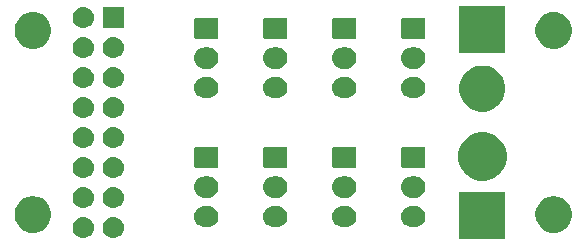
<source format=gbr>
G04 #@! TF.GenerationSoftware,KiCad,Pcbnew,(5.1.4)-1*
G04 #@! TF.CreationDate,2021-11-04T12:11:43-05:00*
G04 #@! TF.ProjectId,FadecandyHatV1.0,46616465-6361-46e6-9479-48617456312e,rev?*
G04 #@! TF.SameCoordinates,Original*
G04 #@! TF.FileFunction,Soldermask,Bot*
G04 #@! TF.FilePolarity,Negative*
%FSLAX46Y46*%
G04 Gerber Fmt 4.6, Leading zero omitted, Abs format (unit mm)*
G04 Created by KiCad (PCBNEW (5.1.4)-1) date 2021-11-04 12:11:43*
%MOMM*%
%LPD*%
G04 APERTURE LIST*
%ADD10C,0.100000*%
G04 APERTURE END LIST*
D10*
G36*
X37003000Y-21255000D02*
G01*
X33101000Y-21255000D01*
X33101000Y-17353000D01*
X37003000Y-17353000D01*
X37003000Y-21255000D01*
X37003000Y-21255000D01*
G37*
G36*
X3920443Y-19425519D02*
G01*
X3986627Y-19432037D01*
X4156466Y-19483557D01*
X4312991Y-19567222D01*
X4313484Y-19567627D01*
X4450186Y-19679814D01*
X4533448Y-19781271D01*
X4562778Y-19817009D01*
X4646443Y-19973534D01*
X4697963Y-20143373D01*
X4715359Y-20320000D01*
X4697963Y-20496627D01*
X4646443Y-20666466D01*
X4562778Y-20822991D01*
X4533448Y-20858729D01*
X4450186Y-20960186D01*
X4348729Y-21043448D01*
X4312991Y-21072778D01*
X4156466Y-21156443D01*
X3986627Y-21207963D01*
X3920442Y-21214482D01*
X3854260Y-21221000D01*
X3765740Y-21221000D01*
X3699558Y-21214482D01*
X3633373Y-21207963D01*
X3463534Y-21156443D01*
X3307009Y-21072778D01*
X3271271Y-21043448D01*
X3169814Y-20960186D01*
X3086552Y-20858729D01*
X3057222Y-20822991D01*
X2973557Y-20666466D01*
X2922037Y-20496627D01*
X2904641Y-20320000D01*
X2922037Y-20143373D01*
X2973557Y-19973534D01*
X3057222Y-19817009D01*
X3086552Y-19781271D01*
X3169814Y-19679814D01*
X3306516Y-19567627D01*
X3307009Y-19567222D01*
X3463534Y-19483557D01*
X3633373Y-19432037D01*
X3699557Y-19425519D01*
X3765740Y-19419000D01*
X3854260Y-19419000D01*
X3920443Y-19425519D01*
X3920443Y-19425519D01*
G37*
G36*
X1380443Y-19425519D02*
G01*
X1446627Y-19432037D01*
X1616466Y-19483557D01*
X1772991Y-19567222D01*
X1773484Y-19567627D01*
X1910186Y-19679814D01*
X1993448Y-19781271D01*
X2022778Y-19817009D01*
X2106443Y-19973534D01*
X2157963Y-20143373D01*
X2175359Y-20320000D01*
X2157963Y-20496627D01*
X2106443Y-20666466D01*
X2022778Y-20822991D01*
X1993448Y-20858729D01*
X1910186Y-20960186D01*
X1808729Y-21043448D01*
X1772991Y-21072778D01*
X1616466Y-21156443D01*
X1446627Y-21207963D01*
X1380442Y-21214482D01*
X1314260Y-21221000D01*
X1225740Y-21221000D01*
X1159558Y-21214482D01*
X1093373Y-21207963D01*
X923534Y-21156443D01*
X767009Y-21072778D01*
X731271Y-21043448D01*
X629814Y-20960186D01*
X546552Y-20858729D01*
X517222Y-20822991D01*
X433557Y-20666466D01*
X382037Y-20496627D01*
X364641Y-20320000D01*
X382037Y-20143373D01*
X433557Y-19973534D01*
X517222Y-19817009D01*
X546552Y-19781271D01*
X629814Y-19679814D01*
X766516Y-19567627D01*
X767009Y-19567222D01*
X923534Y-19483557D01*
X1093373Y-19432037D01*
X1159557Y-19425519D01*
X1225740Y-19419000D01*
X1314260Y-19419000D01*
X1380443Y-19425519D01*
X1380443Y-19425519D01*
G37*
G36*
X41402585Y-17703802D02*
G01*
X41552410Y-17733604D01*
X41834674Y-17850521D01*
X42088705Y-18020259D01*
X42304741Y-18236295D01*
X42474479Y-18490326D01*
X42591396Y-18772590D01*
X42591396Y-18772591D01*
X42651000Y-19072239D01*
X42651000Y-19377761D01*
X42642797Y-19419000D01*
X42591396Y-19677410D01*
X42474479Y-19959674D01*
X42304741Y-20213705D01*
X42088705Y-20429741D01*
X41834674Y-20599479D01*
X41552410Y-20716396D01*
X41402585Y-20746198D01*
X41252761Y-20776000D01*
X40947239Y-20776000D01*
X40797415Y-20746198D01*
X40647590Y-20716396D01*
X40365326Y-20599479D01*
X40111295Y-20429741D01*
X39895259Y-20213705D01*
X39725521Y-19959674D01*
X39608604Y-19677410D01*
X39557203Y-19419000D01*
X39549000Y-19377761D01*
X39549000Y-19072239D01*
X39608604Y-18772591D01*
X39608604Y-18772590D01*
X39725521Y-18490326D01*
X39895259Y-18236295D01*
X40111295Y-18020259D01*
X40365326Y-17850521D01*
X40647590Y-17733604D01*
X40797415Y-17703802D01*
X40947239Y-17674000D01*
X41252761Y-17674000D01*
X41402585Y-17703802D01*
X41402585Y-17703802D01*
G37*
G36*
X-2697415Y-17703802D02*
G01*
X-2547590Y-17733604D01*
X-2265326Y-17850521D01*
X-2011295Y-18020259D01*
X-1795259Y-18236295D01*
X-1625521Y-18490326D01*
X-1508604Y-18772590D01*
X-1508604Y-18772591D01*
X-1449000Y-19072239D01*
X-1449000Y-19377761D01*
X-1457203Y-19419000D01*
X-1508604Y-19677410D01*
X-1625521Y-19959674D01*
X-1795259Y-20213705D01*
X-2011295Y-20429741D01*
X-2265326Y-20599479D01*
X-2547590Y-20716396D01*
X-2697415Y-20746198D01*
X-2847239Y-20776000D01*
X-3152761Y-20776000D01*
X-3302585Y-20746198D01*
X-3452410Y-20716396D01*
X-3734674Y-20599479D01*
X-3988705Y-20429741D01*
X-4204741Y-20213705D01*
X-4374479Y-19959674D01*
X-4491396Y-19677410D01*
X-4542797Y-19419000D01*
X-4551000Y-19377761D01*
X-4551000Y-19072239D01*
X-4491396Y-18772591D01*
X-4491396Y-18772590D01*
X-4374479Y-18490326D01*
X-4204741Y-18236295D01*
X-3988705Y-18020259D01*
X-3734674Y-17850521D01*
X-3452410Y-17733604D01*
X-3302585Y-17703802D01*
X-3152761Y-17674000D01*
X-2847239Y-17674000D01*
X-2697415Y-17703802D01*
X-2697415Y-17703802D01*
G37*
G36*
X23603442Y-18496518D02*
G01*
X23669627Y-18503037D01*
X23839466Y-18554557D01*
X23995991Y-18638222D01*
X24031729Y-18667552D01*
X24133186Y-18750814D01*
X24216448Y-18852271D01*
X24245778Y-18888009D01*
X24329443Y-19044534D01*
X24380963Y-19214373D01*
X24398359Y-19391000D01*
X24380963Y-19567627D01*
X24329443Y-19737466D01*
X24245778Y-19893991D01*
X24216448Y-19929729D01*
X24133186Y-20031186D01*
X24031729Y-20114448D01*
X23995991Y-20143778D01*
X23839466Y-20227443D01*
X23669627Y-20278963D01*
X23603442Y-20285482D01*
X23537260Y-20292000D01*
X23198740Y-20292000D01*
X23132558Y-20285482D01*
X23066373Y-20278963D01*
X22896534Y-20227443D01*
X22740009Y-20143778D01*
X22704271Y-20114448D01*
X22602814Y-20031186D01*
X22519552Y-19929729D01*
X22490222Y-19893991D01*
X22406557Y-19737466D01*
X22355037Y-19567627D01*
X22337641Y-19391000D01*
X22355037Y-19214373D01*
X22406557Y-19044534D01*
X22490222Y-18888009D01*
X22519552Y-18852271D01*
X22602814Y-18750814D01*
X22704271Y-18667552D01*
X22740009Y-18638222D01*
X22896534Y-18554557D01*
X23066373Y-18503037D01*
X23132558Y-18496518D01*
X23198740Y-18490000D01*
X23537260Y-18490000D01*
X23603442Y-18496518D01*
X23603442Y-18496518D01*
G37*
G36*
X29445442Y-18496518D02*
G01*
X29511627Y-18503037D01*
X29681466Y-18554557D01*
X29837991Y-18638222D01*
X29873729Y-18667552D01*
X29975186Y-18750814D01*
X30058448Y-18852271D01*
X30087778Y-18888009D01*
X30171443Y-19044534D01*
X30222963Y-19214373D01*
X30240359Y-19391000D01*
X30222963Y-19567627D01*
X30171443Y-19737466D01*
X30087778Y-19893991D01*
X30058448Y-19929729D01*
X29975186Y-20031186D01*
X29873729Y-20114448D01*
X29837991Y-20143778D01*
X29681466Y-20227443D01*
X29511627Y-20278963D01*
X29445442Y-20285482D01*
X29379260Y-20292000D01*
X29040740Y-20292000D01*
X28974558Y-20285482D01*
X28908373Y-20278963D01*
X28738534Y-20227443D01*
X28582009Y-20143778D01*
X28546271Y-20114448D01*
X28444814Y-20031186D01*
X28361552Y-19929729D01*
X28332222Y-19893991D01*
X28248557Y-19737466D01*
X28197037Y-19567627D01*
X28179641Y-19391000D01*
X28197037Y-19214373D01*
X28248557Y-19044534D01*
X28332222Y-18888009D01*
X28361552Y-18852271D01*
X28444814Y-18750814D01*
X28546271Y-18667552D01*
X28582009Y-18638222D01*
X28738534Y-18554557D01*
X28908373Y-18503037D01*
X28974558Y-18496518D01*
X29040740Y-18490000D01*
X29379260Y-18490000D01*
X29445442Y-18496518D01*
X29445442Y-18496518D01*
G37*
G36*
X17761442Y-18496518D02*
G01*
X17827627Y-18503037D01*
X17997466Y-18554557D01*
X18153991Y-18638222D01*
X18189729Y-18667552D01*
X18291186Y-18750814D01*
X18374448Y-18852271D01*
X18403778Y-18888009D01*
X18487443Y-19044534D01*
X18538963Y-19214373D01*
X18556359Y-19391000D01*
X18538963Y-19567627D01*
X18487443Y-19737466D01*
X18403778Y-19893991D01*
X18374448Y-19929729D01*
X18291186Y-20031186D01*
X18189729Y-20114448D01*
X18153991Y-20143778D01*
X17997466Y-20227443D01*
X17827627Y-20278963D01*
X17761442Y-20285482D01*
X17695260Y-20292000D01*
X17356740Y-20292000D01*
X17290558Y-20285482D01*
X17224373Y-20278963D01*
X17054534Y-20227443D01*
X16898009Y-20143778D01*
X16862271Y-20114448D01*
X16760814Y-20031186D01*
X16677552Y-19929729D01*
X16648222Y-19893991D01*
X16564557Y-19737466D01*
X16513037Y-19567627D01*
X16495641Y-19391000D01*
X16513037Y-19214373D01*
X16564557Y-19044534D01*
X16648222Y-18888009D01*
X16677552Y-18852271D01*
X16760814Y-18750814D01*
X16862271Y-18667552D01*
X16898009Y-18638222D01*
X17054534Y-18554557D01*
X17224373Y-18503037D01*
X17290558Y-18496518D01*
X17356740Y-18490000D01*
X17695260Y-18490000D01*
X17761442Y-18496518D01*
X17761442Y-18496518D01*
G37*
G36*
X11919442Y-18496518D02*
G01*
X11985627Y-18503037D01*
X12155466Y-18554557D01*
X12311991Y-18638222D01*
X12347729Y-18667552D01*
X12449186Y-18750814D01*
X12532448Y-18852271D01*
X12561778Y-18888009D01*
X12645443Y-19044534D01*
X12696963Y-19214373D01*
X12714359Y-19391000D01*
X12696963Y-19567627D01*
X12645443Y-19737466D01*
X12561778Y-19893991D01*
X12532448Y-19929729D01*
X12449186Y-20031186D01*
X12347729Y-20114448D01*
X12311991Y-20143778D01*
X12155466Y-20227443D01*
X11985627Y-20278963D01*
X11919442Y-20285482D01*
X11853260Y-20292000D01*
X11514740Y-20292000D01*
X11448558Y-20285482D01*
X11382373Y-20278963D01*
X11212534Y-20227443D01*
X11056009Y-20143778D01*
X11020271Y-20114448D01*
X10918814Y-20031186D01*
X10835552Y-19929729D01*
X10806222Y-19893991D01*
X10722557Y-19737466D01*
X10671037Y-19567627D01*
X10653641Y-19391000D01*
X10671037Y-19214373D01*
X10722557Y-19044534D01*
X10806222Y-18888009D01*
X10835552Y-18852271D01*
X10918814Y-18750814D01*
X11020271Y-18667552D01*
X11056009Y-18638222D01*
X11212534Y-18554557D01*
X11382373Y-18503037D01*
X11448558Y-18496518D01*
X11514740Y-18490000D01*
X11853260Y-18490000D01*
X11919442Y-18496518D01*
X11919442Y-18496518D01*
G37*
G36*
X1380443Y-16885519D02*
G01*
X1446627Y-16892037D01*
X1616466Y-16943557D01*
X1772991Y-17027222D01*
X1808729Y-17056552D01*
X1910186Y-17139814D01*
X1990326Y-17237466D01*
X2022778Y-17277009D01*
X2106443Y-17433534D01*
X2157963Y-17603373D01*
X2175359Y-17780000D01*
X2157963Y-17956627D01*
X2106443Y-18126466D01*
X2022778Y-18282991D01*
X1993448Y-18318729D01*
X1910186Y-18420186D01*
X1825116Y-18490000D01*
X1772991Y-18532778D01*
X1616466Y-18616443D01*
X1446627Y-18667963D01*
X1380443Y-18674481D01*
X1314260Y-18681000D01*
X1225740Y-18681000D01*
X1159557Y-18674481D01*
X1093373Y-18667963D01*
X923534Y-18616443D01*
X767009Y-18532778D01*
X714884Y-18490000D01*
X629814Y-18420186D01*
X546552Y-18318729D01*
X517222Y-18282991D01*
X433557Y-18126466D01*
X382037Y-17956627D01*
X364641Y-17780000D01*
X382037Y-17603373D01*
X433557Y-17433534D01*
X517222Y-17277009D01*
X549674Y-17237466D01*
X629814Y-17139814D01*
X731271Y-17056552D01*
X767009Y-17027222D01*
X923534Y-16943557D01*
X1093373Y-16892037D01*
X1159557Y-16885519D01*
X1225740Y-16879000D01*
X1314260Y-16879000D01*
X1380443Y-16885519D01*
X1380443Y-16885519D01*
G37*
G36*
X3920443Y-16885519D02*
G01*
X3986627Y-16892037D01*
X4156466Y-16943557D01*
X4312991Y-17027222D01*
X4348729Y-17056552D01*
X4450186Y-17139814D01*
X4530326Y-17237466D01*
X4562778Y-17277009D01*
X4646443Y-17433534D01*
X4697963Y-17603373D01*
X4715359Y-17780000D01*
X4697963Y-17956627D01*
X4646443Y-18126466D01*
X4562778Y-18282991D01*
X4533448Y-18318729D01*
X4450186Y-18420186D01*
X4365116Y-18490000D01*
X4312991Y-18532778D01*
X4156466Y-18616443D01*
X3986627Y-18667963D01*
X3920443Y-18674481D01*
X3854260Y-18681000D01*
X3765740Y-18681000D01*
X3699557Y-18674481D01*
X3633373Y-18667963D01*
X3463534Y-18616443D01*
X3307009Y-18532778D01*
X3254884Y-18490000D01*
X3169814Y-18420186D01*
X3086552Y-18318729D01*
X3057222Y-18282991D01*
X2973557Y-18126466D01*
X2922037Y-17956627D01*
X2904641Y-17780000D01*
X2922037Y-17603373D01*
X2973557Y-17433534D01*
X3057222Y-17277009D01*
X3089674Y-17237466D01*
X3169814Y-17139814D01*
X3271271Y-17056552D01*
X3307009Y-17027222D01*
X3463534Y-16943557D01*
X3633373Y-16892037D01*
X3699557Y-16885519D01*
X3765740Y-16879000D01*
X3854260Y-16879000D01*
X3920443Y-16885519D01*
X3920443Y-16885519D01*
G37*
G36*
X23603443Y-15996519D02*
G01*
X23669627Y-16003037D01*
X23839466Y-16054557D01*
X23995991Y-16138222D01*
X24031729Y-16167552D01*
X24133186Y-16250814D01*
X24216448Y-16352271D01*
X24245778Y-16388009D01*
X24329443Y-16544534D01*
X24380963Y-16714373D01*
X24398359Y-16891000D01*
X24380963Y-17067627D01*
X24329443Y-17237466D01*
X24245778Y-17393991D01*
X24216448Y-17429729D01*
X24133186Y-17531186D01*
X24045222Y-17603375D01*
X23995991Y-17643778D01*
X23839466Y-17727443D01*
X23669627Y-17778963D01*
X23603443Y-17785481D01*
X23537260Y-17792000D01*
X23198740Y-17792000D01*
X23132557Y-17785481D01*
X23066373Y-17778963D01*
X22896534Y-17727443D01*
X22740009Y-17643778D01*
X22690778Y-17603375D01*
X22602814Y-17531186D01*
X22519552Y-17429729D01*
X22490222Y-17393991D01*
X22406557Y-17237466D01*
X22355037Y-17067627D01*
X22337641Y-16891000D01*
X22355037Y-16714373D01*
X22406557Y-16544534D01*
X22490222Y-16388009D01*
X22519552Y-16352271D01*
X22602814Y-16250814D01*
X22704271Y-16167552D01*
X22740009Y-16138222D01*
X22896534Y-16054557D01*
X23066373Y-16003037D01*
X23132557Y-15996519D01*
X23198740Y-15990000D01*
X23537260Y-15990000D01*
X23603443Y-15996519D01*
X23603443Y-15996519D01*
G37*
G36*
X29445443Y-15996519D02*
G01*
X29511627Y-16003037D01*
X29681466Y-16054557D01*
X29837991Y-16138222D01*
X29873729Y-16167552D01*
X29975186Y-16250814D01*
X30058448Y-16352271D01*
X30087778Y-16388009D01*
X30171443Y-16544534D01*
X30222963Y-16714373D01*
X30240359Y-16891000D01*
X30222963Y-17067627D01*
X30171443Y-17237466D01*
X30087778Y-17393991D01*
X30058448Y-17429729D01*
X29975186Y-17531186D01*
X29887222Y-17603375D01*
X29837991Y-17643778D01*
X29681466Y-17727443D01*
X29511627Y-17778963D01*
X29445443Y-17785481D01*
X29379260Y-17792000D01*
X29040740Y-17792000D01*
X28974557Y-17785481D01*
X28908373Y-17778963D01*
X28738534Y-17727443D01*
X28582009Y-17643778D01*
X28532778Y-17603375D01*
X28444814Y-17531186D01*
X28361552Y-17429729D01*
X28332222Y-17393991D01*
X28248557Y-17237466D01*
X28197037Y-17067627D01*
X28179641Y-16891000D01*
X28197037Y-16714373D01*
X28248557Y-16544534D01*
X28332222Y-16388009D01*
X28361552Y-16352271D01*
X28444814Y-16250814D01*
X28546271Y-16167552D01*
X28582009Y-16138222D01*
X28738534Y-16054557D01*
X28908373Y-16003037D01*
X28974557Y-15996519D01*
X29040740Y-15990000D01*
X29379260Y-15990000D01*
X29445443Y-15996519D01*
X29445443Y-15996519D01*
G37*
G36*
X17761443Y-15996519D02*
G01*
X17827627Y-16003037D01*
X17997466Y-16054557D01*
X18153991Y-16138222D01*
X18189729Y-16167552D01*
X18291186Y-16250814D01*
X18374448Y-16352271D01*
X18403778Y-16388009D01*
X18487443Y-16544534D01*
X18538963Y-16714373D01*
X18556359Y-16891000D01*
X18538963Y-17067627D01*
X18487443Y-17237466D01*
X18403778Y-17393991D01*
X18374448Y-17429729D01*
X18291186Y-17531186D01*
X18203222Y-17603375D01*
X18153991Y-17643778D01*
X17997466Y-17727443D01*
X17827627Y-17778963D01*
X17761443Y-17785481D01*
X17695260Y-17792000D01*
X17356740Y-17792000D01*
X17290557Y-17785481D01*
X17224373Y-17778963D01*
X17054534Y-17727443D01*
X16898009Y-17643778D01*
X16848778Y-17603375D01*
X16760814Y-17531186D01*
X16677552Y-17429729D01*
X16648222Y-17393991D01*
X16564557Y-17237466D01*
X16513037Y-17067627D01*
X16495641Y-16891000D01*
X16513037Y-16714373D01*
X16564557Y-16544534D01*
X16648222Y-16388009D01*
X16677552Y-16352271D01*
X16760814Y-16250814D01*
X16862271Y-16167552D01*
X16898009Y-16138222D01*
X17054534Y-16054557D01*
X17224373Y-16003037D01*
X17290557Y-15996519D01*
X17356740Y-15990000D01*
X17695260Y-15990000D01*
X17761443Y-15996519D01*
X17761443Y-15996519D01*
G37*
G36*
X11919443Y-15996519D02*
G01*
X11985627Y-16003037D01*
X12155466Y-16054557D01*
X12311991Y-16138222D01*
X12347729Y-16167552D01*
X12449186Y-16250814D01*
X12532448Y-16352271D01*
X12561778Y-16388009D01*
X12645443Y-16544534D01*
X12696963Y-16714373D01*
X12714359Y-16891000D01*
X12696963Y-17067627D01*
X12645443Y-17237466D01*
X12561778Y-17393991D01*
X12532448Y-17429729D01*
X12449186Y-17531186D01*
X12361222Y-17603375D01*
X12311991Y-17643778D01*
X12155466Y-17727443D01*
X11985627Y-17778963D01*
X11919443Y-17785481D01*
X11853260Y-17792000D01*
X11514740Y-17792000D01*
X11448557Y-17785481D01*
X11382373Y-17778963D01*
X11212534Y-17727443D01*
X11056009Y-17643778D01*
X11006778Y-17603375D01*
X10918814Y-17531186D01*
X10835552Y-17429729D01*
X10806222Y-17393991D01*
X10722557Y-17237466D01*
X10671037Y-17067627D01*
X10653641Y-16891000D01*
X10671037Y-16714373D01*
X10722557Y-16544534D01*
X10806222Y-16388009D01*
X10835552Y-16352271D01*
X10918814Y-16250814D01*
X11020271Y-16167552D01*
X11056009Y-16138222D01*
X11212534Y-16054557D01*
X11382373Y-16003037D01*
X11448557Y-15996519D01*
X11514740Y-15990000D01*
X11853260Y-15990000D01*
X11919443Y-15996519D01*
X11919443Y-15996519D01*
G37*
G36*
X35650254Y-12331818D02*
G01*
X36023511Y-12486426D01*
X36023513Y-12486427D01*
X36359436Y-12710884D01*
X36645116Y-12996564D01*
X36678460Y-13046466D01*
X36869574Y-13332489D01*
X37024182Y-13705746D01*
X37103000Y-14101993D01*
X37103000Y-14506007D01*
X37024182Y-14902254D01*
X36869574Y-15275511D01*
X36869573Y-15275513D01*
X36645116Y-15611436D01*
X36359436Y-15897116D01*
X36023513Y-16121573D01*
X36023512Y-16121574D01*
X36023511Y-16121574D01*
X35650254Y-16276182D01*
X35254007Y-16355000D01*
X34849993Y-16355000D01*
X34453746Y-16276182D01*
X34080489Y-16121574D01*
X34080488Y-16121574D01*
X34080487Y-16121573D01*
X33744564Y-15897116D01*
X33458884Y-15611436D01*
X33234427Y-15275513D01*
X33234426Y-15275511D01*
X33079818Y-14902254D01*
X33001000Y-14506007D01*
X33001000Y-14101993D01*
X33079818Y-13705746D01*
X33234426Y-13332489D01*
X33425541Y-13046466D01*
X33458884Y-12996564D01*
X33744564Y-12710884D01*
X34080487Y-12486427D01*
X34080489Y-12486426D01*
X34453746Y-12331818D01*
X34849993Y-12253000D01*
X35254007Y-12253000D01*
X35650254Y-12331818D01*
X35650254Y-12331818D01*
G37*
G36*
X3920443Y-14345519D02*
G01*
X3986627Y-14352037D01*
X4156466Y-14403557D01*
X4312991Y-14487222D01*
X4335879Y-14506006D01*
X4450186Y-14599814D01*
X4533448Y-14701271D01*
X4562778Y-14737009D01*
X4646443Y-14893534D01*
X4697963Y-15063373D01*
X4715359Y-15240000D01*
X4697963Y-15416627D01*
X4646443Y-15586466D01*
X4562778Y-15742991D01*
X4533448Y-15778729D01*
X4450186Y-15880186D01*
X4348729Y-15963448D01*
X4312991Y-15992778D01*
X4156466Y-16076443D01*
X3986627Y-16127963D01*
X3920443Y-16134481D01*
X3854260Y-16141000D01*
X3765740Y-16141000D01*
X3699557Y-16134481D01*
X3633373Y-16127963D01*
X3463534Y-16076443D01*
X3307009Y-15992778D01*
X3271271Y-15963448D01*
X3169814Y-15880186D01*
X3086552Y-15778729D01*
X3057222Y-15742991D01*
X2973557Y-15586466D01*
X2922037Y-15416627D01*
X2904641Y-15240000D01*
X2922037Y-15063373D01*
X2973557Y-14893534D01*
X3057222Y-14737009D01*
X3086552Y-14701271D01*
X3169814Y-14599814D01*
X3284121Y-14506006D01*
X3307009Y-14487222D01*
X3463534Y-14403557D01*
X3633373Y-14352037D01*
X3699557Y-14345519D01*
X3765740Y-14339000D01*
X3854260Y-14339000D01*
X3920443Y-14345519D01*
X3920443Y-14345519D01*
G37*
G36*
X1380443Y-14345519D02*
G01*
X1446627Y-14352037D01*
X1616466Y-14403557D01*
X1772991Y-14487222D01*
X1795879Y-14506006D01*
X1910186Y-14599814D01*
X1993448Y-14701271D01*
X2022778Y-14737009D01*
X2106443Y-14893534D01*
X2157963Y-15063373D01*
X2175359Y-15240000D01*
X2157963Y-15416627D01*
X2106443Y-15586466D01*
X2022778Y-15742991D01*
X1993448Y-15778729D01*
X1910186Y-15880186D01*
X1808729Y-15963448D01*
X1772991Y-15992778D01*
X1616466Y-16076443D01*
X1446627Y-16127963D01*
X1380443Y-16134481D01*
X1314260Y-16141000D01*
X1225740Y-16141000D01*
X1159557Y-16134481D01*
X1093373Y-16127963D01*
X923534Y-16076443D01*
X767009Y-15992778D01*
X731271Y-15963448D01*
X629814Y-15880186D01*
X546552Y-15778729D01*
X517222Y-15742991D01*
X433557Y-15586466D01*
X382037Y-15416627D01*
X364641Y-15240000D01*
X382037Y-15063373D01*
X433557Y-14893534D01*
X517222Y-14737009D01*
X546552Y-14701271D01*
X629814Y-14599814D01*
X744121Y-14506006D01*
X767009Y-14487222D01*
X923534Y-14403557D01*
X1093373Y-14352037D01*
X1159557Y-14345519D01*
X1225740Y-14339000D01*
X1314260Y-14339000D01*
X1380443Y-14345519D01*
X1380443Y-14345519D01*
G37*
G36*
X30093600Y-13493989D02*
G01*
X30126652Y-13504015D01*
X30157103Y-13520292D01*
X30183799Y-13542201D01*
X30205708Y-13568897D01*
X30221985Y-13599348D01*
X30232011Y-13632400D01*
X30236000Y-13672903D01*
X30236000Y-15109097D01*
X30232011Y-15149600D01*
X30221985Y-15182652D01*
X30205708Y-15213103D01*
X30183799Y-15239799D01*
X30157103Y-15261708D01*
X30126652Y-15277985D01*
X30093600Y-15288011D01*
X30053097Y-15292000D01*
X28366903Y-15292000D01*
X28326400Y-15288011D01*
X28293348Y-15277985D01*
X28262897Y-15261708D01*
X28236201Y-15239799D01*
X28214292Y-15213103D01*
X28198015Y-15182652D01*
X28187989Y-15149600D01*
X28184000Y-15109097D01*
X28184000Y-13672903D01*
X28187989Y-13632400D01*
X28198015Y-13599348D01*
X28214292Y-13568897D01*
X28236201Y-13542201D01*
X28262897Y-13520292D01*
X28293348Y-13504015D01*
X28326400Y-13493989D01*
X28366903Y-13490000D01*
X30053097Y-13490000D01*
X30093600Y-13493989D01*
X30093600Y-13493989D01*
G37*
G36*
X24251600Y-13493989D02*
G01*
X24284652Y-13504015D01*
X24315103Y-13520292D01*
X24341799Y-13542201D01*
X24363708Y-13568897D01*
X24379985Y-13599348D01*
X24390011Y-13632400D01*
X24394000Y-13672903D01*
X24394000Y-15109097D01*
X24390011Y-15149600D01*
X24379985Y-15182652D01*
X24363708Y-15213103D01*
X24341799Y-15239799D01*
X24315103Y-15261708D01*
X24284652Y-15277985D01*
X24251600Y-15288011D01*
X24211097Y-15292000D01*
X22524903Y-15292000D01*
X22484400Y-15288011D01*
X22451348Y-15277985D01*
X22420897Y-15261708D01*
X22394201Y-15239799D01*
X22372292Y-15213103D01*
X22356015Y-15182652D01*
X22345989Y-15149600D01*
X22342000Y-15109097D01*
X22342000Y-13672903D01*
X22345989Y-13632400D01*
X22356015Y-13599348D01*
X22372292Y-13568897D01*
X22394201Y-13542201D01*
X22420897Y-13520292D01*
X22451348Y-13504015D01*
X22484400Y-13493989D01*
X22524903Y-13490000D01*
X24211097Y-13490000D01*
X24251600Y-13493989D01*
X24251600Y-13493989D01*
G37*
G36*
X18409600Y-13493989D02*
G01*
X18442652Y-13504015D01*
X18473103Y-13520292D01*
X18499799Y-13542201D01*
X18521708Y-13568897D01*
X18537985Y-13599348D01*
X18548011Y-13632400D01*
X18552000Y-13672903D01*
X18552000Y-15109097D01*
X18548011Y-15149600D01*
X18537985Y-15182652D01*
X18521708Y-15213103D01*
X18499799Y-15239799D01*
X18473103Y-15261708D01*
X18442652Y-15277985D01*
X18409600Y-15288011D01*
X18369097Y-15292000D01*
X16682903Y-15292000D01*
X16642400Y-15288011D01*
X16609348Y-15277985D01*
X16578897Y-15261708D01*
X16552201Y-15239799D01*
X16530292Y-15213103D01*
X16514015Y-15182652D01*
X16503989Y-15149600D01*
X16500000Y-15109097D01*
X16500000Y-13672903D01*
X16503989Y-13632400D01*
X16514015Y-13599348D01*
X16530292Y-13568897D01*
X16552201Y-13542201D01*
X16578897Y-13520292D01*
X16609348Y-13504015D01*
X16642400Y-13493989D01*
X16682903Y-13490000D01*
X18369097Y-13490000D01*
X18409600Y-13493989D01*
X18409600Y-13493989D01*
G37*
G36*
X12567600Y-13493989D02*
G01*
X12600652Y-13504015D01*
X12631103Y-13520292D01*
X12657799Y-13542201D01*
X12679708Y-13568897D01*
X12695985Y-13599348D01*
X12706011Y-13632400D01*
X12710000Y-13672903D01*
X12710000Y-15109097D01*
X12706011Y-15149600D01*
X12695985Y-15182652D01*
X12679708Y-15213103D01*
X12657799Y-15239799D01*
X12631103Y-15261708D01*
X12600652Y-15277985D01*
X12567600Y-15288011D01*
X12527097Y-15292000D01*
X10840903Y-15292000D01*
X10800400Y-15288011D01*
X10767348Y-15277985D01*
X10736897Y-15261708D01*
X10710201Y-15239799D01*
X10688292Y-15213103D01*
X10672015Y-15182652D01*
X10661989Y-15149600D01*
X10658000Y-15109097D01*
X10658000Y-13672903D01*
X10661989Y-13632400D01*
X10672015Y-13599348D01*
X10688292Y-13568897D01*
X10710201Y-13542201D01*
X10736897Y-13520292D01*
X10767348Y-13504015D01*
X10800400Y-13493989D01*
X10840903Y-13490000D01*
X12527097Y-13490000D01*
X12567600Y-13493989D01*
X12567600Y-13493989D01*
G37*
G36*
X3920443Y-11805519D02*
G01*
X3986627Y-11812037D01*
X4156466Y-11863557D01*
X4312991Y-11947222D01*
X4348729Y-11976552D01*
X4450186Y-12059814D01*
X4533448Y-12161271D01*
X4562778Y-12197009D01*
X4562779Y-12197011D01*
X4634836Y-12331818D01*
X4646443Y-12353534D01*
X4697963Y-12523373D01*
X4715359Y-12700000D01*
X4697963Y-12876627D01*
X4646443Y-13046466D01*
X4562778Y-13202991D01*
X4533448Y-13238729D01*
X4450186Y-13340186D01*
X4348729Y-13423448D01*
X4312991Y-13452778D01*
X4156466Y-13536443D01*
X3986627Y-13587963D01*
X3920443Y-13594481D01*
X3854260Y-13601000D01*
X3765740Y-13601000D01*
X3699557Y-13594481D01*
X3633373Y-13587963D01*
X3463534Y-13536443D01*
X3307009Y-13452778D01*
X3271271Y-13423448D01*
X3169814Y-13340186D01*
X3086552Y-13238729D01*
X3057222Y-13202991D01*
X2973557Y-13046466D01*
X2922037Y-12876627D01*
X2904641Y-12700000D01*
X2922037Y-12523373D01*
X2973557Y-12353534D01*
X2985165Y-12331818D01*
X3057221Y-12197011D01*
X3057222Y-12197009D01*
X3086552Y-12161271D01*
X3169814Y-12059814D01*
X3271271Y-11976552D01*
X3307009Y-11947222D01*
X3463534Y-11863557D01*
X3633373Y-11812037D01*
X3699557Y-11805519D01*
X3765740Y-11799000D01*
X3854260Y-11799000D01*
X3920443Y-11805519D01*
X3920443Y-11805519D01*
G37*
G36*
X1380443Y-11805519D02*
G01*
X1446627Y-11812037D01*
X1616466Y-11863557D01*
X1772991Y-11947222D01*
X1808729Y-11976552D01*
X1910186Y-12059814D01*
X1993448Y-12161271D01*
X2022778Y-12197009D01*
X2022779Y-12197011D01*
X2094836Y-12331818D01*
X2106443Y-12353534D01*
X2157963Y-12523373D01*
X2175359Y-12700000D01*
X2157963Y-12876627D01*
X2106443Y-13046466D01*
X2022778Y-13202991D01*
X1993448Y-13238729D01*
X1910186Y-13340186D01*
X1808729Y-13423448D01*
X1772991Y-13452778D01*
X1616466Y-13536443D01*
X1446627Y-13587963D01*
X1380443Y-13594481D01*
X1314260Y-13601000D01*
X1225740Y-13601000D01*
X1159557Y-13594481D01*
X1093373Y-13587963D01*
X923534Y-13536443D01*
X767009Y-13452778D01*
X731271Y-13423448D01*
X629814Y-13340186D01*
X546552Y-13238729D01*
X517222Y-13202991D01*
X433557Y-13046466D01*
X382037Y-12876627D01*
X364641Y-12700000D01*
X382037Y-12523373D01*
X433557Y-12353534D01*
X445165Y-12331818D01*
X517221Y-12197011D01*
X517222Y-12197009D01*
X546552Y-12161271D01*
X629814Y-12059814D01*
X731271Y-11976552D01*
X767009Y-11947222D01*
X923534Y-11863557D01*
X1093373Y-11812037D01*
X1159557Y-11805519D01*
X1225740Y-11799000D01*
X1314260Y-11799000D01*
X1380443Y-11805519D01*
X1380443Y-11805519D01*
G37*
G36*
X1380442Y-9265518D02*
G01*
X1446627Y-9272037D01*
X1616466Y-9323557D01*
X1772991Y-9407222D01*
X1808729Y-9436552D01*
X1910186Y-9519814D01*
X1993448Y-9621271D01*
X2022778Y-9657009D01*
X2106443Y-9813534D01*
X2157963Y-9983373D01*
X2175359Y-10160000D01*
X2157963Y-10336627D01*
X2106443Y-10506466D01*
X2022778Y-10662991D01*
X1993448Y-10698729D01*
X1910186Y-10800186D01*
X1808729Y-10883448D01*
X1772991Y-10912778D01*
X1616466Y-10996443D01*
X1446627Y-11047963D01*
X1380443Y-11054481D01*
X1314260Y-11061000D01*
X1225740Y-11061000D01*
X1159557Y-11054481D01*
X1093373Y-11047963D01*
X923534Y-10996443D01*
X767009Y-10912778D01*
X731271Y-10883448D01*
X629814Y-10800186D01*
X546552Y-10698729D01*
X517222Y-10662991D01*
X433557Y-10506466D01*
X382037Y-10336627D01*
X364641Y-10160000D01*
X382037Y-9983373D01*
X433557Y-9813534D01*
X517222Y-9657009D01*
X546552Y-9621271D01*
X629814Y-9519814D01*
X731271Y-9436552D01*
X767009Y-9407222D01*
X923534Y-9323557D01*
X1093373Y-9272037D01*
X1159558Y-9265518D01*
X1225740Y-9259000D01*
X1314260Y-9259000D01*
X1380442Y-9265518D01*
X1380442Y-9265518D01*
G37*
G36*
X3920442Y-9265518D02*
G01*
X3986627Y-9272037D01*
X4156466Y-9323557D01*
X4312991Y-9407222D01*
X4348729Y-9436552D01*
X4450186Y-9519814D01*
X4533448Y-9621271D01*
X4562778Y-9657009D01*
X4646443Y-9813534D01*
X4697963Y-9983373D01*
X4715359Y-10160000D01*
X4697963Y-10336627D01*
X4646443Y-10506466D01*
X4562778Y-10662991D01*
X4533448Y-10698729D01*
X4450186Y-10800186D01*
X4348729Y-10883448D01*
X4312991Y-10912778D01*
X4156466Y-10996443D01*
X3986627Y-11047963D01*
X3920443Y-11054481D01*
X3854260Y-11061000D01*
X3765740Y-11061000D01*
X3699557Y-11054481D01*
X3633373Y-11047963D01*
X3463534Y-10996443D01*
X3307009Y-10912778D01*
X3271271Y-10883448D01*
X3169814Y-10800186D01*
X3086552Y-10698729D01*
X3057222Y-10662991D01*
X2973557Y-10506466D01*
X2922037Y-10336627D01*
X2904641Y-10160000D01*
X2922037Y-9983373D01*
X2973557Y-9813534D01*
X3057222Y-9657009D01*
X3086552Y-9621271D01*
X3169814Y-9519814D01*
X3271271Y-9436552D01*
X3307009Y-9407222D01*
X3463534Y-9323557D01*
X3633373Y-9272037D01*
X3699558Y-9265518D01*
X3765740Y-9259000D01*
X3854260Y-9259000D01*
X3920442Y-9265518D01*
X3920442Y-9265518D01*
G37*
G36*
X35621085Y-6679975D02*
G01*
X35923991Y-6805443D01*
X35976145Y-6827046D01*
X36295690Y-7040559D01*
X36567441Y-7312310D01*
X36780954Y-7631855D01*
X36780955Y-7631857D01*
X36928025Y-7986915D01*
X37003000Y-8363842D01*
X37003000Y-8748158D01*
X36928025Y-9125085D01*
X36811160Y-9407221D01*
X36780954Y-9480145D01*
X36567441Y-9799690D01*
X36295690Y-10071441D01*
X35976145Y-10284954D01*
X35976144Y-10284955D01*
X35976143Y-10284955D01*
X35621085Y-10432025D01*
X35244158Y-10507000D01*
X34859842Y-10507000D01*
X34482915Y-10432025D01*
X34127857Y-10284955D01*
X34127856Y-10284955D01*
X34127855Y-10284954D01*
X33808310Y-10071441D01*
X33536559Y-9799690D01*
X33323046Y-9480145D01*
X33292840Y-9407221D01*
X33175975Y-9125085D01*
X33101000Y-8748158D01*
X33101000Y-8363842D01*
X33175975Y-7986915D01*
X33323045Y-7631857D01*
X33323046Y-7631855D01*
X33536559Y-7312310D01*
X33808310Y-7040559D01*
X34127855Y-6827046D01*
X34180009Y-6805443D01*
X34482915Y-6679975D01*
X34859842Y-6605000D01*
X35244158Y-6605000D01*
X35621085Y-6679975D01*
X35621085Y-6679975D01*
G37*
G36*
X29445442Y-7574518D02*
G01*
X29511627Y-7581037D01*
X29681466Y-7632557D01*
X29837991Y-7716222D01*
X29873729Y-7745552D01*
X29975186Y-7828814D01*
X30058448Y-7930271D01*
X30087778Y-7966009D01*
X30171443Y-8122534D01*
X30222963Y-8292373D01*
X30240359Y-8469000D01*
X30222963Y-8645627D01*
X30171443Y-8815466D01*
X30087778Y-8971991D01*
X30058448Y-9007729D01*
X29975186Y-9109186D01*
X29873729Y-9192448D01*
X29837991Y-9221778D01*
X29681466Y-9305443D01*
X29511627Y-9356963D01*
X29445442Y-9363482D01*
X29379260Y-9370000D01*
X29040740Y-9370000D01*
X28974558Y-9363482D01*
X28908373Y-9356963D01*
X28738534Y-9305443D01*
X28582009Y-9221778D01*
X28546271Y-9192448D01*
X28444814Y-9109186D01*
X28361552Y-9007729D01*
X28332222Y-8971991D01*
X28248557Y-8815466D01*
X28197037Y-8645627D01*
X28179641Y-8469000D01*
X28197037Y-8292373D01*
X28248557Y-8122534D01*
X28332222Y-7966009D01*
X28361552Y-7930271D01*
X28444814Y-7828814D01*
X28546271Y-7745552D01*
X28582009Y-7716222D01*
X28738534Y-7632557D01*
X28908373Y-7581037D01*
X28974558Y-7574518D01*
X29040740Y-7568000D01*
X29379260Y-7568000D01*
X29445442Y-7574518D01*
X29445442Y-7574518D01*
G37*
G36*
X11919442Y-7574518D02*
G01*
X11985627Y-7581037D01*
X12155466Y-7632557D01*
X12311991Y-7716222D01*
X12347729Y-7745552D01*
X12449186Y-7828814D01*
X12532448Y-7930271D01*
X12561778Y-7966009D01*
X12645443Y-8122534D01*
X12696963Y-8292373D01*
X12714359Y-8469000D01*
X12696963Y-8645627D01*
X12645443Y-8815466D01*
X12561778Y-8971991D01*
X12532448Y-9007729D01*
X12449186Y-9109186D01*
X12347729Y-9192448D01*
X12311991Y-9221778D01*
X12155466Y-9305443D01*
X11985627Y-9356963D01*
X11919442Y-9363482D01*
X11853260Y-9370000D01*
X11514740Y-9370000D01*
X11448558Y-9363482D01*
X11382373Y-9356963D01*
X11212534Y-9305443D01*
X11056009Y-9221778D01*
X11020271Y-9192448D01*
X10918814Y-9109186D01*
X10835552Y-9007729D01*
X10806222Y-8971991D01*
X10722557Y-8815466D01*
X10671037Y-8645627D01*
X10653641Y-8469000D01*
X10671037Y-8292373D01*
X10722557Y-8122534D01*
X10806222Y-7966009D01*
X10835552Y-7930271D01*
X10918814Y-7828814D01*
X11020271Y-7745552D01*
X11056009Y-7716222D01*
X11212534Y-7632557D01*
X11382373Y-7581037D01*
X11448558Y-7574518D01*
X11514740Y-7568000D01*
X11853260Y-7568000D01*
X11919442Y-7574518D01*
X11919442Y-7574518D01*
G37*
G36*
X17761442Y-7574518D02*
G01*
X17827627Y-7581037D01*
X17997466Y-7632557D01*
X18153991Y-7716222D01*
X18189729Y-7745552D01*
X18291186Y-7828814D01*
X18374448Y-7930271D01*
X18403778Y-7966009D01*
X18487443Y-8122534D01*
X18538963Y-8292373D01*
X18556359Y-8469000D01*
X18538963Y-8645627D01*
X18487443Y-8815466D01*
X18403778Y-8971991D01*
X18374448Y-9007729D01*
X18291186Y-9109186D01*
X18189729Y-9192448D01*
X18153991Y-9221778D01*
X17997466Y-9305443D01*
X17827627Y-9356963D01*
X17761442Y-9363482D01*
X17695260Y-9370000D01*
X17356740Y-9370000D01*
X17290558Y-9363482D01*
X17224373Y-9356963D01*
X17054534Y-9305443D01*
X16898009Y-9221778D01*
X16862271Y-9192448D01*
X16760814Y-9109186D01*
X16677552Y-9007729D01*
X16648222Y-8971991D01*
X16564557Y-8815466D01*
X16513037Y-8645627D01*
X16495641Y-8469000D01*
X16513037Y-8292373D01*
X16564557Y-8122534D01*
X16648222Y-7966009D01*
X16677552Y-7930271D01*
X16760814Y-7828814D01*
X16862271Y-7745552D01*
X16898009Y-7716222D01*
X17054534Y-7632557D01*
X17224373Y-7581037D01*
X17290558Y-7574518D01*
X17356740Y-7568000D01*
X17695260Y-7568000D01*
X17761442Y-7574518D01*
X17761442Y-7574518D01*
G37*
G36*
X23603442Y-7574518D02*
G01*
X23669627Y-7581037D01*
X23839466Y-7632557D01*
X23995991Y-7716222D01*
X24031729Y-7745552D01*
X24133186Y-7828814D01*
X24216448Y-7930271D01*
X24245778Y-7966009D01*
X24329443Y-8122534D01*
X24380963Y-8292373D01*
X24398359Y-8469000D01*
X24380963Y-8645627D01*
X24329443Y-8815466D01*
X24245778Y-8971991D01*
X24216448Y-9007729D01*
X24133186Y-9109186D01*
X24031729Y-9192448D01*
X23995991Y-9221778D01*
X23839466Y-9305443D01*
X23669627Y-9356963D01*
X23603442Y-9363482D01*
X23537260Y-9370000D01*
X23198740Y-9370000D01*
X23132558Y-9363482D01*
X23066373Y-9356963D01*
X22896534Y-9305443D01*
X22740009Y-9221778D01*
X22704271Y-9192448D01*
X22602814Y-9109186D01*
X22519552Y-9007729D01*
X22490222Y-8971991D01*
X22406557Y-8815466D01*
X22355037Y-8645627D01*
X22337641Y-8469000D01*
X22355037Y-8292373D01*
X22406557Y-8122534D01*
X22490222Y-7966009D01*
X22519552Y-7930271D01*
X22602814Y-7828814D01*
X22704271Y-7745552D01*
X22740009Y-7716222D01*
X22896534Y-7632557D01*
X23066373Y-7581037D01*
X23132558Y-7574518D01*
X23198740Y-7568000D01*
X23537260Y-7568000D01*
X23603442Y-7574518D01*
X23603442Y-7574518D01*
G37*
G36*
X1380442Y-6725518D02*
G01*
X1446627Y-6732037D01*
X1616466Y-6783557D01*
X1772991Y-6867222D01*
X1808729Y-6896552D01*
X1910186Y-6979814D01*
X1960037Y-7040559D01*
X2022778Y-7117009D01*
X2106443Y-7273534D01*
X2157963Y-7443373D01*
X2175359Y-7620000D01*
X2157963Y-7796627D01*
X2106443Y-7966466D01*
X2022778Y-8122991D01*
X1993448Y-8158729D01*
X1910186Y-8260186D01*
X1808729Y-8343448D01*
X1772991Y-8372778D01*
X1616466Y-8456443D01*
X1446627Y-8507963D01*
X1380443Y-8514481D01*
X1314260Y-8521000D01*
X1225740Y-8521000D01*
X1159557Y-8514481D01*
X1093373Y-8507963D01*
X923534Y-8456443D01*
X767009Y-8372778D01*
X731271Y-8343448D01*
X629814Y-8260186D01*
X546552Y-8158729D01*
X517222Y-8122991D01*
X433557Y-7966466D01*
X382037Y-7796627D01*
X364641Y-7620000D01*
X382037Y-7443373D01*
X433557Y-7273534D01*
X517222Y-7117009D01*
X579963Y-7040559D01*
X629814Y-6979814D01*
X731271Y-6896552D01*
X767009Y-6867222D01*
X923534Y-6783557D01*
X1093373Y-6732037D01*
X1159558Y-6725518D01*
X1225740Y-6719000D01*
X1314260Y-6719000D01*
X1380442Y-6725518D01*
X1380442Y-6725518D01*
G37*
G36*
X3920442Y-6725518D02*
G01*
X3986627Y-6732037D01*
X4156466Y-6783557D01*
X4312991Y-6867222D01*
X4348729Y-6896552D01*
X4450186Y-6979814D01*
X4500037Y-7040559D01*
X4562778Y-7117009D01*
X4646443Y-7273534D01*
X4697963Y-7443373D01*
X4715359Y-7620000D01*
X4697963Y-7796627D01*
X4646443Y-7966466D01*
X4562778Y-8122991D01*
X4533448Y-8158729D01*
X4450186Y-8260186D01*
X4348729Y-8343448D01*
X4312991Y-8372778D01*
X4156466Y-8456443D01*
X3986627Y-8507963D01*
X3920443Y-8514481D01*
X3854260Y-8521000D01*
X3765740Y-8521000D01*
X3699557Y-8514481D01*
X3633373Y-8507963D01*
X3463534Y-8456443D01*
X3307009Y-8372778D01*
X3271271Y-8343448D01*
X3169814Y-8260186D01*
X3086552Y-8158729D01*
X3057222Y-8122991D01*
X2973557Y-7966466D01*
X2922037Y-7796627D01*
X2904641Y-7620000D01*
X2922037Y-7443373D01*
X2973557Y-7273534D01*
X3057222Y-7117009D01*
X3119963Y-7040559D01*
X3169814Y-6979814D01*
X3271271Y-6896552D01*
X3307009Y-6867222D01*
X3463534Y-6783557D01*
X3633373Y-6732037D01*
X3699558Y-6725518D01*
X3765740Y-6719000D01*
X3854260Y-6719000D01*
X3920442Y-6725518D01*
X3920442Y-6725518D01*
G37*
G36*
X23603442Y-5074518D02*
G01*
X23669627Y-5081037D01*
X23839466Y-5132557D01*
X23995991Y-5216222D01*
X24031729Y-5245552D01*
X24133186Y-5328814D01*
X24213326Y-5426466D01*
X24245778Y-5466009D01*
X24329443Y-5622534D01*
X24380963Y-5792373D01*
X24398359Y-5969000D01*
X24380963Y-6145627D01*
X24329443Y-6315466D01*
X24245778Y-6471991D01*
X24216448Y-6507729D01*
X24133186Y-6609186D01*
X24046928Y-6679975D01*
X23995991Y-6721778D01*
X23839466Y-6805443D01*
X23669627Y-6856963D01*
X23603443Y-6863481D01*
X23537260Y-6870000D01*
X23198740Y-6870000D01*
X23132557Y-6863481D01*
X23066373Y-6856963D01*
X22896534Y-6805443D01*
X22740009Y-6721778D01*
X22689072Y-6679975D01*
X22602814Y-6609186D01*
X22519552Y-6507729D01*
X22490222Y-6471991D01*
X22406557Y-6315466D01*
X22355037Y-6145627D01*
X22337641Y-5969000D01*
X22355037Y-5792373D01*
X22406557Y-5622534D01*
X22490222Y-5466009D01*
X22522674Y-5426466D01*
X22602814Y-5328814D01*
X22704271Y-5245552D01*
X22740009Y-5216222D01*
X22896534Y-5132557D01*
X23066373Y-5081037D01*
X23132558Y-5074518D01*
X23198740Y-5068000D01*
X23537260Y-5068000D01*
X23603442Y-5074518D01*
X23603442Y-5074518D01*
G37*
G36*
X17761442Y-5074518D02*
G01*
X17827627Y-5081037D01*
X17997466Y-5132557D01*
X18153991Y-5216222D01*
X18189729Y-5245552D01*
X18291186Y-5328814D01*
X18371326Y-5426466D01*
X18403778Y-5466009D01*
X18487443Y-5622534D01*
X18538963Y-5792373D01*
X18556359Y-5969000D01*
X18538963Y-6145627D01*
X18487443Y-6315466D01*
X18403778Y-6471991D01*
X18374448Y-6507729D01*
X18291186Y-6609186D01*
X18204928Y-6679975D01*
X18153991Y-6721778D01*
X17997466Y-6805443D01*
X17827627Y-6856963D01*
X17761443Y-6863481D01*
X17695260Y-6870000D01*
X17356740Y-6870000D01*
X17290557Y-6863481D01*
X17224373Y-6856963D01*
X17054534Y-6805443D01*
X16898009Y-6721778D01*
X16847072Y-6679975D01*
X16760814Y-6609186D01*
X16677552Y-6507729D01*
X16648222Y-6471991D01*
X16564557Y-6315466D01*
X16513037Y-6145627D01*
X16495641Y-5969000D01*
X16513037Y-5792373D01*
X16564557Y-5622534D01*
X16648222Y-5466009D01*
X16680674Y-5426466D01*
X16760814Y-5328814D01*
X16862271Y-5245552D01*
X16898009Y-5216222D01*
X17054534Y-5132557D01*
X17224373Y-5081037D01*
X17290558Y-5074518D01*
X17356740Y-5068000D01*
X17695260Y-5068000D01*
X17761442Y-5074518D01*
X17761442Y-5074518D01*
G37*
G36*
X29445442Y-5074518D02*
G01*
X29511627Y-5081037D01*
X29681466Y-5132557D01*
X29837991Y-5216222D01*
X29873729Y-5245552D01*
X29975186Y-5328814D01*
X30055326Y-5426466D01*
X30087778Y-5466009D01*
X30171443Y-5622534D01*
X30222963Y-5792373D01*
X30240359Y-5969000D01*
X30222963Y-6145627D01*
X30171443Y-6315466D01*
X30087778Y-6471991D01*
X30058448Y-6507729D01*
X29975186Y-6609186D01*
X29888928Y-6679975D01*
X29837991Y-6721778D01*
X29681466Y-6805443D01*
X29511627Y-6856963D01*
X29445443Y-6863481D01*
X29379260Y-6870000D01*
X29040740Y-6870000D01*
X28974557Y-6863481D01*
X28908373Y-6856963D01*
X28738534Y-6805443D01*
X28582009Y-6721778D01*
X28531072Y-6679975D01*
X28444814Y-6609186D01*
X28361552Y-6507729D01*
X28332222Y-6471991D01*
X28248557Y-6315466D01*
X28197037Y-6145627D01*
X28179641Y-5969000D01*
X28197037Y-5792373D01*
X28248557Y-5622534D01*
X28332222Y-5466009D01*
X28364674Y-5426466D01*
X28444814Y-5328814D01*
X28546271Y-5245552D01*
X28582009Y-5216222D01*
X28738534Y-5132557D01*
X28908373Y-5081037D01*
X28974558Y-5074518D01*
X29040740Y-5068000D01*
X29379260Y-5068000D01*
X29445442Y-5074518D01*
X29445442Y-5074518D01*
G37*
G36*
X11919442Y-5074518D02*
G01*
X11985627Y-5081037D01*
X12155466Y-5132557D01*
X12311991Y-5216222D01*
X12347729Y-5245552D01*
X12449186Y-5328814D01*
X12529326Y-5426466D01*
X12561778Y-5466009D01*
X12645443Y-5622534D01*
X12696963Y-5792373D01*
X12714359Y-5969000D01*
X12696963Y-6145627D01*
X12645443Y-6315466D01*
X12561778Y-6471991D01*
X12532448Y-6507729D01*
X12449186Y-6609186D01*
X12362928Y-6679975D01*
X12311991Y-6721778D01*
X12155466Y-6805443D01*
X11985627Y-6856963D01*
X11919443Y-6863481D01*
X11853260Y-6870000D01*
X11514740Y-6870000D01*
X11448557Y-6863481D01*
X11382373Y-6856963D01*
X11212534Y-6805443D01*
X11056009Y-6721778D01*
X11005072Y-6679975D01*
X10918814Y-6609186D01*
X10835552Y-6507729D01*
X10806222Y-6471991D01*
X10722557Y-6315466D01*
X10671037Y-6145627D01*
X10653641Y-5969000D01*
X10671037Y-5792373D01*
X10722557Y-5622534D01*
X10806222Y-5466009D01*
X10838674Y-5426466D01*
X10918814Y-5328814D01*
X11020271Y-5245552D01*
X11056009Y-5216222D01*
X11212534Y-5132557D01*
X11382373Y-5081037D01*
X11448558Y-5074518D01*
X11514740Y-5068000D01*
X11853260Y-5068000D01*
X11919442Y-5074518D01*
X11919442Y-5074518D01*
G37*
G36*
X3920443Y-4185519D02*
G01*
X3986627Y-4192037D01*
X4156466Y-4243557D01*
X4156468Y-4243558D01*
X4188448Y-4260652D01*
X4312991Y-4327222D01*
X4328205Y-4339708D01*
X4450186Y-4439814D01*
X4533448Y-4541271D01*
X4562778Y-4577009D01*
X4646443Y-4733534D01*
X4697963Y-4903373D01*
X4715359Y-5080000D01*
X4697963Y-5256627D01*
X4646443Y-5426466D01*
X4562778Y-5582991D01*
X4533448Y-5618729D01*
X4450186Y-5720186D01*
X4362222Y-5792375D01*
X4312991Y-5832778D01*
X4156466Y-5916443D01*
X3986627Y-5967963D01*
X3920443Y-5974481D01*
X3854260Y-5981000D01*
X3765740Y-5981000D01*
X3699557Y-5974481D01*
X3633373Y-5967963D01*
X3463534Y-5916443D01*
X3307009Y-5832778D01*
X3257778Y-5792375D01*
X3169814Y-5720186D01*
X3086552Y-5618729D01*
X3057222Y-5582991D01*
X2973557Y-5426466D01*
X2922037Y-5256627D01*
X2904641Y-5080000D01*
X2922037Y-4903373D01*
X2973557Y-4733534D01*
X3057222Y-4577009D01*
X3086552Y-4541271D01*
X3169814Y-4439814D01*
X3291795Y-4339708D01*
X3307009Y-4327222D01*
X3431552Y-4260652D01*
X3463532Y-4243558D01*
X3463534Y-4243557D01*
X3633373Y-4192037D01*
X3699557Y-4185519D01*
X3765740Y-4179000D01*
X3854260Y-4179000D01*
X3920443Y-4185519D01*
X3920443Y-4185519D01*
G37*
G36*
X1380443Y-4185519D02*
G01*
X1446627Y-4192037D01*
X1616466Y-4243557D01*
X1616468Y-4243558D01*
X1648448Y-4260652D01*
X1772991Y-4327222D01*
X1788205Y-4339708D01*
X1910186Y-4439814D01*
X1993448Y-4541271D01*
X2022778Y-4577009D01*
X2106443Y-4733534D01*
X2157963Y-4903373D01*
X2175359Y-5080000D01*
X2157963Y-5256627D01*
X2106443Y-5426466D01*
X2022778Y-5582991D01*
X1993448Y-5618729D01*
X1910186Y-5720186D01*
X1822222Y-5792375D01*
X1772991Y-5832778D01*
X1616466Y-5916443D01*
X1446627Y-5967963D01*
X1380443Y-5974481D01*
X1314260Y-5981000D01*
X1225740Y-5981000D01*
X1159557Y-5974481D01*
X1093373Y-5967963D01*
X923534Y-5916443D01*
X767009Y-5832778D01*
X717778Y-5792375D01*
X629814Y-5720186D01*
X546552Y-5618729D01*
X517222Y-5582991D01*
X433557Y-5426466D01*
X382037Y-5256627D01*
X364641Y-5080000D01*
X382037Y-4903373D01*
X433557Y-4733534D01*
X517222Y-4577009D01*
X546552Y-4541271D01*
X629814Y-4439814D01*
X751795Y-4339708D01*
X767009Y-4327222D01*
X891552Y-4260652D01*
X923532Y-4243558D01*
X923534Y-4243557D01*
X1093373Y-4192037D01*
X1159557Y-4185519D01*
X1225740Y-4179000D01*
X1314260Y-4179000D01*
X1380443Y-4185519D01*
X1380443Y-4185519D01*
G37*
G36*
X37003000Y-5507000D02*
G01*
X33101000Y-5507000D01*
X33101000Y-1605000D01*
X37003000Y-1605000D01*
X37003000Y-5507000D01*
X37003000Y-5507000D01*
G37*
G36*
X41402585Y-2113802D02*
G01*
X41552410Y-2143604D01*
X41834674Y-2260521D01*
X42088705Y-2430259D01*
X42304741Y-2646295D01*
X42474479Y-2900326D01*
X42591396Y-3182590D01*
X42651000Y-3482240D01*
X42651000Y-3787760D01*
X42591396Y-4087410D01*
X42474479Y-4369674D01*
X42304741Y-4623705D01*
X42088705Y-4839741D01*
X41834674Y-5009479D01*
X41552410Y-5126396D01*
X41521431Y-5132558D01*
X41252761Y-5186000D01*
X40947239Y-5186000D01*
X40678569Y-5132558D01*
X40647590Y-5126396D01*
X40365326Y-5009479D01*
X40111295Y-4839741D01*
X39895259Y-4623705D01*
X39725521Y-4369674D01*
X39608604Y-4087410D01*
X39549000Y-3787760D01*
X39549000Y-3482240D01*
X39608604Y-3182590D01*
X39725521Y-2900326D01*
X39895259Y-2646295D01*
X40111295Y-2430259D01*
X40365326Y-2260521D01*
X40647590Y-2143604D01*
X40797415Y-2113802D01*
X40947239Y-2084000D01*
X41252761Y-2084000D01*
X41402585Y-2113802D01*
X41402585Y-2113802D01*
G37*
G36*
X-2697415Y-2113802D02*
G01*
X-2547590Y-2143604D01*
X-2265326Y-2260521D01*
X-2011295Y-2430259D01*
X-1795259Y-2646295D01*
X-1625521Y-2900326D01*
X-1508604Y-3182590D01*
X-1449000Y-3482240D01*
X-1449000Y-3787760D01*
X-1508604Y-4087410D01*
X-1625521Y-4369674D01*
X-1795259Y-4623705D01*
X-2011295Y-4839741D01*
X-2265326Y-5009479D01*
X-2547590Y-5126396D01*
X-2578569Y-5132558D01*
X-2847239Y-5186000D01*
X-3152761Y-5186000D01*
X-3421431Y-5132558D01*
X-3452410Y-5126396D01*
X-3734674Y-5009479D01*
X-3988705Y-4839741D01*
X-4204741Y-4623705D01*
X-4374479Y-4369674D01*
X-4491396Y-4087410D01*
X-4551000Y-3787760D01*
X-4551000Y-3482240D01*
X-4491396Y-3182590D01*
X-4374479Y-2900326D01*
X-4204741Y-2646295D01*
X-3988705Y-2430259D01*
X-3734674Y-2260521D01*
X-3452410Y-2143604D01*
X-3302585Y-2113802D01*
X-3152761Y-2084000D01*
X-2847239Y-2084000D01*
X-2697415Y-2113802D01*
X-2697415Y-2113802D01*
G37*
G36*
X30093600Y-2571989D02*
G01*
X30126652Y-2582015D01*
X30157103Y-2598292D01*
X30183799Y-2620201D01*
X30205708Y-2646897D01*
X30221985Y-2677348D01*
X30232011Y-2710400D01*
X30236000Y-2750903D01*
X30236000Y-4187097D01*
X30232011Y-4227600D01*
X30221985Y-4260652D01*
X30205708Y-4291103D01*
X30183799Y-4317799D01*
X30157103Y-4339708D01*
X30126652Y-4355985D01*
X30093600Y-4366011D01*
X30053097Y-4370000D01*
X28366903Y-4370000D01*
X28326400Y-4366011D01*
X28293348Y-4355985D01*
X28262897Y-4339708D01*
X28236201Y-4317799D01*
X28214292Y-4291103D01*
X28198015Y-4260652D01*
X28187989Y-4227600D01*
X28184000Y-4187097D01*
X28184000Y-2750903D01*
X28187989Y-2710400D01*
X28198015Y-2677348D01*
X28214292Y-2646897D01*
X28236201Y-2620201D01*
X28262897Y-2598292D01*
X28293348Y-2582015D01*
X28326400Y-2571989D01*
X28366903Y-2568000D01*
X30053097Y-2568000D01*
X30093600Y-2571989D01*
X30093600Y-2571989D01*
G37*
G36*
X24251600Y-2571989D02*
G01*
X24284652Y-2582015D01*
X24315103Y-2598292D01*
X24341799Y-2620201D01*
X24363708Y-2646897D01*
X24379985Y-2677348D01*
X24390011Y-2710400D01*
X24394000Y-2750903D01*
X24394000Y-4187097D01*
X24390011Y-4227600D01*
X24379985Y-4260652D01*
X24363708Y-4291103D01*
X24341799Y-4317799D01*
X24315103Y-4339708D01*
X24284652Y-4355985D01*
X24251600Y-4366011D01*
X24211097Y-4370000D01*
X22524903Y-4370000D01*
X22484400Y-4366011D01*
X22451348Y-4355985D01*
X22420897Y-4339708D01*
X22394201Y-4317799D01*
X22372292Y-4291103D01*
X22356015Y-4260652D01*
X22345989Y-4227600D01*
X22342000Y-4187097D01*
X22342000Y-2750903D01*
X22345989Y-2710400D01*
X22356015Y-2677348D01*
X22372292Y-2646897D01*
X22394201Y-2620201D01*
X22420897Y-2598292D01*
X22451348Y-2582015D01*
X22484400Y-2571989D01*
X22524903Y-2568000D01*
X24211097Y-2568000D01*
X24251600Y-2571989D01*
X24251600Y-2571989D01*
G37*
G36*
X18409600Y-2571989D02*
G01*
X18442652Y-2582015D01*
X18473103Y-2598292D01*
X18499799Y-2620201D01*
X18521708Y-2646897D01*
X18537985Y-2677348D01*
X18548011Y-2710400D01*
X18552000Y-2750903D01*
X18552000Y-4187097D01*
X18548011Y-4227600D01*
X18537985Y-4260652D01*
X18521708Y-4291103D01*
X18499799Y-4317799D01*
X18473103Y-4339708D01*
X18442652Y-4355985D01*
X18409600Y-4366011D01*
X18369097Y-4370000D01*
X16682903Y-4370000D01*
X16642400Y-4366011D01*
X16609348Y-4355985D01*
X16578897Y-4339708D01*
X16552201Y-4317799D01*
X16530292Y-4291103D01*
X16514015Y-4260652D01*
X16503989Y-4227600D01*
X16500000Y-4187097D01*
X16500000Y-2750903D01*
X16503989Y-2710400D01*
X16514015Y-2677348D01*
X16530292Y-2646897D01*
X16552201Y-2620201D01*
X16578897Y-2598292D01*
X16609348Y-2582015D01*
X16642400Y-2571989D01*
X16682903Y-2568000D01*
X18369097Y-2568000D01*
X18409600Y-2571989D01*
X18409600Y-2571989D01*
G37*
G36*
X12567600Y-2571989D02*
G01*
X12600652Y-2582015D01*
X12631103Y-2598292D01*
X12657799Y-2620201D01*
X12679708Y-2646897D01*
X12695985Y-2677348D01*
X12706011Y-2710400D01*
X12710000Y-2750903D01*
X12710000Y-4187097D01*
X12706011Y-4227600D01*
X12695985Y-4260652D01*
X12679708Y-4291103D01*
X12657799Y-4317799D01*
X12631103Y-4339708D01*
X12600652Y-4355985D01*
X12567600Y-4366011D01*
X12527097Y-4370000D01*
X10840903Y-4370000D01*
X10800400Y-4366011D01*
X10767348Y-4355985D01*
X10736897Y-4339708D01*
X10710201Y-4317799D01*
X10688292Y-4291103D01*
X10672015Y-4260652D01*
X10661989Y-4227600D01*
X10658000Y-4187097D01*
X10658000Y-2750903D01*
X10661989Y-2710400D01*
X10672015Y-2677348D01*
X10688292Y-2646897D01*
X10710201Y-2620201D01*
X10736897Y-2598292D01*
X10767348Y-2582015D01*
X10800400Y-2571989D01*
X10840903Y-2568000D01*
X12527097Y-2568000D01*
X12567600Y-2571989D01*
X12567600Y-2571989D01*
G37*
G36*
X4711000Y-3441000D02*
G01*
X2909000Y-3441000D01*
X2909000Y-1639000D01*
X4711000Y-1639000D01*
X4711000Y-3441000D01*
X4711000Y-3441000D01*
G37*
G36*
X1380443Y-1645519D02*
G01*
X1446627Y-1652037D01*
X1616466Y-1703557D01*
X1772991Y-1787222D01*
X1808729Y-1816552D01*
X1910186Y-1899814D01*
X1993448Y-2001271D01*
X2022778Y-2037009D01*
X2106443Y-2193534D01*
X2157963Y-2363373D01*
X2175359Y-2540000D01*
X2157963Y-2716627D01*
X2106443Y-2886466D01*
X2022778Y-3042991D01*
X1993448Y-3078729D01*
X1910186Y-3180186D01*
X1808729Y-3263448D01*
X1772991Y-3292778D01*
X1616466Y-3376443D01*
X1446627Y-3427963D01*
X1380443Y-3434481D01*
X1314260Y-3441000D01*
X1225740Y-3441000D01*
X1159557Y-3434481D01*
X1093373Y-3427963D01*
X923534Y-3376443D01*
X767009Y-3292778D01*
X731271Y-3263448D01*
X629814Y-3180186D01*
X546552Y-3078729D01*
X517222Y-3042991D01*
X433557Y-2886466D01*
X382037Y-2716627D01*
X364641Y-2540000D01*
X382037Y-2363373D01*
X433557Y-2193534D01*
X517222Y-2037009D01*
X546552Y-2001271D01*
X629814Y-1899814D01*
X731271Y-1816552D01*
X767009Y-1787222D01*
X923534Y-1703557D01*
X1093373Y-1652037D01*
X1159557Y-1645519D01*
X1225740Y-1639000D01*
X1314260Y-1639000D01*
X1380443Y-1645519D01*
X1380443Y-1645519D01*
G37*
M02*

</source>
